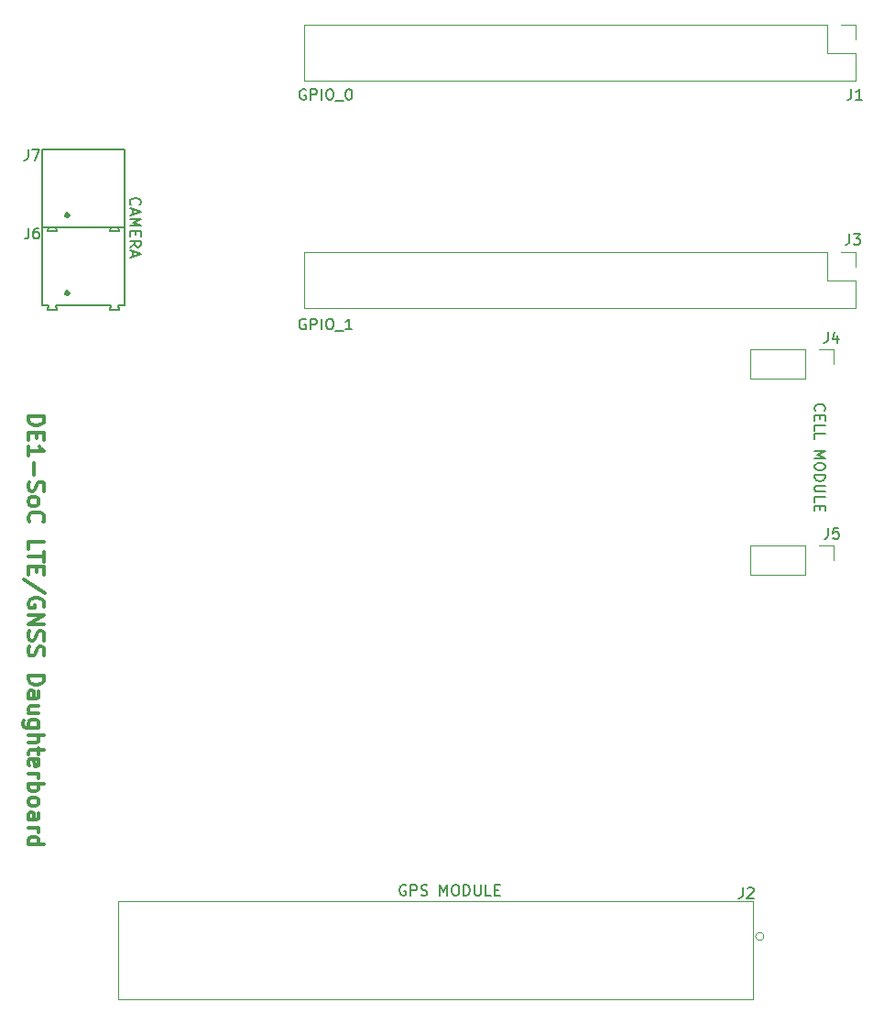
<source format=gto>
G04 #@! TF.GenerationSoftware,KiCad,Pcbnew,(5.1.5)-3*
G04 #@! TF.CreationDate,2023-03-23T18:14:07-07:00*
G04 #@! TF.ProjectId,breakout_pcb,62726561-6b6f-4757-945f-7063622e6b69,rev?*
G04 #@! TF.SameCoordinates,Original*
G04 #@! TF.FileFunction,Legend,Top*
G04 #@! TF.FilePolarity,Positive*
%FSLAX46Y46*%
G04 Gerber Fmt 4.6, Leading zero omitted, Abs format (unit mm)*
G04 Created by KiCad (PCBNEW (5.1.5)-3) date 2023-03-23 18:14:07*
%MOMM*%
%LPD*%
G04 APERTURE LIST*
%ADD10C,0.300000*%
%ADD11C,0.150000*%
%ADD12C,0.120000*%
%ADD13C,0.400000*%
%ADD14C,0.200000*%
%ADD15C,4.802000*%
%ADD16O,1.802000X1.802000*%
%ADD17R,1.802000X1.802000*%
%ADD18C,1.702200*%
%ADD19C,2.052000*%
G04 APERTURE END LIST*
D10*
X102549568Y-117163465D02*
X104049568Y-117163465D01*
X104049568Y-117520608D01*
X103978140Y-117734894D01*
X103835282Y-117877751D01*
X103692425Y-117949180D01*
X103406711Y-118020608D01*
X103192425Y-118020608D01*
X102906711Y-117949180D01*
X102763854Y-117877751D01*
X102620997Y-117734894D01*
X102549568Y-117520608D01*
X102549568Y-117163465D01*
X103335282Y-118663465D02*
X103335282Y-119163465D01*
X102549568Y-119377751D02*
X102549568Y-118663465D01*
X104049568Y-118663465D01*
X104049568Y-119377751D01*
X102549568Y-120806322D02*
X102549568Y-119949180D01*
X102549568Y-120377751D02*
X104049568Y-120377751D01*
X103835282Y-120234894D01*
X103692425Y-120092037D01*
X103620997Y-119949180D01*
X103120997Y-121449180D02*
X103120997Y-122592037D01*
X102620997Y-123234894D02*
X102549568Y-123449180D01*
X102549568Y-123806322D01*
X102620997Y-123949180D01*
X102692425Y-124020608D01*
X102835282Y-124092037D01*
X102978140Y-124092037D01*
X103120997Y-124020608D01*
X103192425Y-123949180D01*
X103263854Y-123806322D01*
X103335282Y-123520608D01*
X103406711Y-123377751D01*
X103478140Y-123306322D01*
X103620997Y-123234894D01*
X103763854Y-123234894D01*
X103906711Y-123306322D01*
X103978140Y-123377751D01*
X104049568Y-123520608D01*
X104049568Y-123877751D01*
X103978140Y-124092037D01*
X102549568Y-124949180D02*
X102620997Y-124806322D01*
X102692425Y-124734894D01*
X102835282Y-124663465D01*
X103263854Y-124663465D01*
X103406711Y-124734894D01*
X103478140Y-124806322D01*
X103549568Y-124949180D01*
X103549568Y-125163465D01*
X103478140Y-125306322D01*
X103406711Y-125377751D01*
X103263854Y-125449180D01*
X102835282Y-125449180D01*
X102692425Y-125377751D01*
X102620997Y-125306322D01*
X102549568Y-125163465D01*
X102549568Y-124949180D01*
X102692425Y-126949180D02*
X102620997Y-126877751D01*
X102549568Y-126663465D01*
X102549568Y-126520608D01*
X102620997Y-126306322D01*
X102763854Y-126163465D01*
X102906711Y-126092037D01*
X103192425Y-126020608D01*
X103406711Y-126020608D01*
X103692425Y-126092037D01*
X103835282Y-126163465D01*
X103978140Y-126306322D01*
X104049568Y-126520608D01*
X104049568Y-126663465D01*
X103978140Y-126877751D01*
X103906711Y-126949180D01*
X102549568Y-129449180D02*
X102549568Y-128734894D01*
X104049568Y-128734894D01*
X104049568Y-129734894D02*
X104049568Y-130592037D01*
X102549568Y-130163465D02*
X104049568Y-130163465D01*
X103335282Y-131092037D02*
X103335282Y-131592037D01*
X102549568Y-131806322D02*
X102549568Y-131092037D01*
X104049568Y-131092037D01*
X104049568Y-131806322D01*
X104120997Y-133520608D02*
X102192425Y-132234894D01*
X103978140Y-134806322D02*
X104049568Y-134663465D01*
X104049568Y-134449180D01*
X103978140Y-134234894D01*
X103835282Y-134092037D01*
X103692425Y-134020608D01*
X103406711Y-133949180D01*
X103192425Y-133949180D01*
X102906711Y-134020608D01*
X102763854Y-134092037D01*
X102620997Y-134234894D01*
X102549568Y-134449180D01*
X102549568Y-134592037D01*
X102620997Y-134806322D01*
X102692425Y-134877751D01*
X103192425Y-134877751D01*
X103192425Y-134592037D01*
X102549568Y-135520608D02*
X104049568Y-135520608D01*
X102549568Y-136377751D01*
X104049568Y-136377751D01*
X102620997Y-137020608D02*
X102549568Y-137234894D01*
X102549568Y-137592037D01*
X102620997Y-137734894D01*
X102692425Y-137806322D01*
X102835282Y-137877751D01*
X102978140Y-137877751D01*
X103120997Y-137806322D01*
X103192425Y-137734894D01*
X103263854Y-137592037D01*
X103335282Y-137306322D01*
X103406711Y-137163465D01*
X103478140Y-137092037D01*
X103620997Y-137020608D01*
X103763854Y-137020608D01*
X103906711Y-137092037D01*
X103978140Y-137163465D01*
X104049568Y-137306322D01*
X104049568Y-137663465D01*
X103978140Y-137877751D01*
X102620997Y-138449180D02*
X102549568Y-138663465D01*
X102549568Y-139020608D01*
X102620997Y-139163465D01*
X102692425Y-139234894D01*
X102835282Y-139306322D01*
X102978140Y-139306322D01*
X103120997Y-139234894D01*
X103192425Y-139163465D01*
X103263854Y-139020608D01*
X103335282Y-138734894D01*
X103406711Y-138592037D01*
X103478140Y-138520608D01*
X103620997Y-138449180D01*
X103763854Y-138449180D01*
X103906711Y-138520608D01*
X103978140Y-138592037D01*
X104049568Y-138734894D01*
X104049568Y-139092037D01*
X103978140Y-139306322D01*
X102549568Y-141092037D02*
X104049568Y-141092037D01*
X104049568Y-141449180D01*
X103978140Y-141663465D01*
X103835282Y-141806322D01*
X103692425Y-141877751D01*
X103406711Y-141949180D01*
X103192425Y-141949180D01*
X102906711Y-141877751D01*
X102763854Y-141806322D01*
X102620997Y-141663465D01*
X102549568Y-141449180D01*
X102549568Y-141092037D01*
X102549568Y-143234894D02*
X103335282Y-143234894D01*
X103478140Y-143163465D01*
X103549568Y-143020608D01*
X103549568Y-142734894D01*
X103478140Y-142592037D01*
X102620997Y-143234894D02*
X102549568Y-143092037D01*
X102549568Y-142734894D01*
X102620997Y-142592037D01*
X102763854Y-142520608D01*
X102906711Y-142520608D01*
X103049568Y-142592037D01*
X103120997Y-142734894D01*
X103120997Y-143092037D01*
X103192425Y-143234894D01*
X103549568Y-144592037D02*
X102549568Y-144592037D01*
X103549568Y-143949180D02*
X102763854Y-143949180D01*
X102620997Y-144020608D01*
X102549568Y-144163465D01*
X102549568Y-144377751D01*
X102620997Y-144520608D01*
X102692425Y-144592037D01*
X103549568Y-145949180D02*
X102335282Y-145949180D01*
X102192425Y-145877751D01*
X102120997Y-145806322D01*
X102049568Y-145663465D01*
X102049568Y-145449180D01*
X102120997Y-145306322D01*
X102620997Y-145949180D02*
X102549568Y-145806322D01*
X102549568Y-145520608D01*
X102620997Y-145377751D01*
X102692425Y-145306322D01*
X102835282Y-145234894D01*
X103263854Y-145234894D01*
X103406711Y-145306322D01*
X103478140Y-145377751D01*
X103549568Y-145520608D01*
X103549568Y-145806322D01*
X103478140Y-145949180D01*
X102549568Y-146663465D02*
X104049568Y-146663465D01*
X102549568Y-147306322D02*
X103335282Y-147306322D01*
X103478140Y-147234894D01*
X103549568Y-147092037D01*
X103549568Y-146877751D01*
X103478140Y-146734894D01*
X103406711Y-146663465D01*
X103549568Y-147806322D02*
X103549568Y-148377751D01*
X104049568Y-148020608D02*
X102763854Y-148020608D01*
X102620997Y-148092037D01*
X102549568Y-148234894D01*
X102549568Y-148377751D01*
X102620997Y-149449180D02*
X102549568Y-149306322D01*
X102549568Y-149020608D01*
X102620997Y-148877751D01*
X102763854Y-148806322D01*
X103335282Y-148806322D01*
X103478140Y-148877751D01*
X103549568Y-149020608D01*
X103549568Y-149306322D01*
X103478140Y-149449180D01*
X103335282Y-149520608D01*
X103192425Y-149520608D01*
X103049568Y-148806322D01*
X102549568Y-150163465D02*
X103549568Y-150163465D01*
X103263854Y-150163465D02*
X103406711Y-150234894D01*
X103478140Y-150306322D01*
X103549568Y-150449180D01*
X103549568Y-150592037D01*
X102549568Y-151092037D02*
X104049568Y-151092037D01*
X103478140Y-151092037D02*
X103549568Y-151234894D01*
X103549568Y-151520608D01*
X103478140Y-151663465D01*
X103406711Y-151734894D01*
X103263854Y-151806322D01*
X102835282Y-151806322D01*
X102692425Y-151734894D01*
X102620997Y-151663465D01*
X102549568Y-151520608D01*
X102549568Y-151234894D01*
X102620997Y-151092037D01*
X102549568Y-152663465D02*
X102620997Y-152520608D01*
X102692425Y-152449180D01*
X102835282Y-152377751D01*
X103263854Y-152377751D01*
X103406711Y-152449180D01*
X103478140Y-152520608D01*
X103549568Y-152663465D01*
X103549568Y-152877751D01*
X103478140Y-153020608D01*
X103406711Y-153092037D01*
X103263854Y-153163465D01*
X102835282Y-153163465D01*
X102692425Y-153092037D01*
X102620997Y-153020608D01*
X102549568Y-152877751D01*
X102549568Y-152663465D01*
X102549568Y-154449180D02*
X103335282Y-154449180D01*
X103478140Y-154377751D01*
X103549568Y-154234894D01*
X103549568Y-153949180D01*
X103478140Y-153806322D01*
X102620997Y-154449180D02*
X102549568Y-154306322D01*
X102549568Y-153949180D01*
X102620997Y-153806322D01*
X102763854Y-153734894D01*
X102906711Y-153734894D01*
X103049568Y-153806322D01*
X103120997Y-153949180D01*
X103120997Y-154306322D01*
X103192425Y-154449180D01*
X102549568Y-155163465D02*
X103549568Y-155163465D01*
X103263854Y-155163465D02*
X103406711Y-155234894D01*
X103478140Y-155306322D01*
X103549568Y-155449180D01*
X103549568Y-155592037D01*
X102549568Y-156734894D02*
X104049568Y-156734894D01*
X102620997Y-156734894D02*
X102549568Y-156592037D01*
X102549568Y-156306322D01*
X102620997Y-156163465D01*
X102692425Y-156092037D01*
X102835282Y-156020608D01*
X103263854Y-156020608D01*
X103406711Y-156092037D01*
X103478140Y-156163465D01*
X103549568Y-156306322D01*
X103549568Y-156592037D01*
X103478140Y-156734894D01*
D11*
X112052857Y-97648571D02*
X112005238Y-97600952D01*
X111957619Y-97458095D01*
X111957619Y-97362857D01*
X112005238Y-97220000D01*
X112100476Y-97124761D01*
X112195714Y-97077142D01*
X112386190Y-97029523D01*
X112529047Y-97029523D01*
X112719523Y-97077142D01*
X112814761Y-97124761D01*
X112910000Y-97220000D01*
X112957619Y-97362857D01*
X112957619Y-97458095D01*
X112910000Y-97600952D01*
X112862380Y-97648571D01*
X112243333Y-98029523D02*
X112243333Y-98505714D01*
X111957619Y-97934285D02*
X112957619Y-98267619D01*
X111957619Y-98600952D01*
X111957619Y-98934285D02*
X112957619Y-98934285D01*
X112243333Y-99267619D01*
X112957619Y-99600952D01*
X111957619Y-99600952D01*
X112481428Y-100077142D02*
X112481428Y-100410476D01*
X111957619Y-100553333D02*
X111957619Y-100077142D01*
X112957619Y-100077142D01*
X112957619Y-100553333D01*
X111957619Y-101553333D02*
X112433809Y-101220000D01*
X111957619Y-100981904D02*
X112957619Y-100981904D01*
X112957619Y-101362857D01*
X112910000Y-101458095D01*
X112862380Y-101505714D01*
X112767142Y-101553333D01*
X112624285Y-101553333D01*
X112529047Y-101505714D01*
X112481428Y-101458095D01*
X112433809Y-101362857D01*
X112433809Y-100981904D01*
X112243333Y-101934285D02*
X112243333Y-102410476D01*
X111957619Y-101839047D02*
X112957619Y-102172380D01*
X111957619Y-102505714D01*
X137438571Y-160480000D02*
X137343333Y-160432380D01*
X137200476Y-160432380D01*
X137057619Y-160480000D01*
X136962380Y-160575238D01*
X136914761Y-160670476D01*
X136867142Y-160860952D01*
X136867142Y-161003809D01*
X136914761Y-161194285D01*
X136962380Y-161289523D01*
X137057619Y-161384761D01*
X137200476Y-161432380D01*
X137295714Y-161432380D01*
X137438571Y-161384761D01*
X137486190Y-161337142D01*
X137486190Y-161003809D01*
X137295714Y-161003809D01*
X137914761Y-161432380D02*
X137914761Y-160432380D01*
X138295714Y-160432380D01*
X138390952Y-160480000D01*
X138438571Y-160527619D01*
X138486190Y-160622857D01*
X138486190Y-160765714D01*
X138438571Y-160860952D01*
X138390952Y-160908571D01*
X138295714Y-160956190D01*
X137914761Y-160956190D01*
X138867142Y-161384761D02*
X139010000Y-161432380D01*
X139248095Y-161432380D01*
X139343333Y-161384761D01*
X139390952Y-161337142D01*
X139438571Y-161241904D01*
X139438571Y-161146666D01*
X139390952Y-161051428D01*
X139343333Y-161003809D01*
X139248095Y-160956190D01*
X139057619Y-160908571D01*
X138962380Y-160860952D01*
X138914761Y-160813333D01*
X138867142Y-160718095D01*
X138867142Y-160622857D01*
X138914761Y-160527619D01*
X138962380Y-160480000D01*
X139057619Y-160432380D01*
X139295714Y-160432380D01*
X139438571Y-160480000D01*
X140629047Y-161432380D02*
X140629047Y-160432380D01*
X140962380Y-161146666D01*
X141295714Y-160432380D01*
X141295714Y-161432380D01*
X141962380Y-160432380D02*
X142152857Y-160432380D01*
X142248095Y-160480000D01*
X142343333Y-160575238D01*
X142390952Y-160765714D01*
X142390952Y-161099047D01*
X142343333Y-161289523D01*
X142248095Y-161384761D01*
X142152857Y-161432380D01*
X141962380Y-161432380D01*
X141867142Y-161384761D01*
X141771904Y-161289523D01*
X141724285Y-161099047D01*
X141724285Y-160765714D01*
X141771904Y-160575238D01*
X141867142Y-160480000D01*
X141962380Y-160432380D01*
X142819523Y-161432380D02*
X142819523Y-160432380D01*
X143057619Y-160432380D01*
X143200476Y-160480000D01*
X143295714Y-160575238D01*
X143343333Y-160670476D01*
X143390952Y-160860952D01*
X143390952Y-161003809D01*
X143343333Y-161194285D01*
X143295714Y-161289523D01*
X143200476Y-161384761D01*
X143057619Y-161432380D01*
X142819523Y-161432380D01*
X143819523Y-160432380D02*
X143819523Y-161241904D01*
X143867142Y-161337142D01*
X143914761Y-161384761D01*
X144010000Y-161432380D01*
X144200476Y-161432380D01*
X144295714Y-161384761D01*
X144343333Y-161337142D01*
X144390952Y-161241904D01*
X144390952Y-160432380D01*
X145343333Y-161432380D02*
X144867142Y-161432380D01*
X144867142Y-160432380D01*
X145676666Y-160908571D02*
X146010000Y-160908571D01*
X146152857Y-161432380D02*
X145676666Y-161432380D01*
X145676666Y-160432380D01*
X146152857Y-160432380D01*
X128190857Y-108212000D02*
X128095619Y-108164380D01*
X127952761Y-108164380D01*
X127809904Y-108212000D01*
X127714666Y-108307238D01*
X127667047Y-108402476D01*
X127619428Y-108592952D01*
X127619428Y-108735809D01*
X127667047Y-108926285D01*
X127714666Y-109021523D01*
X127809904Y-109116761D01*
X127952761Y-109164380D01*
X128048000Y-109164380D01*
X128190857Y-109116761D01*
X128238476Y-109069142D01*
X128238476Y-108735809D01*
X128048000Y-108735809D01*
X128667047Y-109164380D02*
X128667047Y-108164380D01*
X129048000Y-108164380D01*
X129143238Y-108212000D01*
X129190857Y-108259619D01*
X129238476Y-108354857D01*
X129238476Y-108497714D01*
X129190857Y-108592952D01*
X129143238Y-108640571D01*
X129048000Y-108688190D01*
X128667047Y-108688190D01*
X129667047Y-109164380D02*
X129667047Y-108164380D01*
X130333714Y-108164380D02*
X130524190Y-108164380D01*
X130619428Y-108212000D01*
X130714666Y-108307238D01*
X130762285Y-108497714D01*
X130762285Y-108831047D01*
X130714666Y-109021523D01*
X130619428Y-109116761D01*
X130524190Y-109164380D01*
X130333714Y-109164380D01*
X130238476Y-109116761D01*
X130143238Y-109021523D01*
X130095619Y-108831047D01*
X130095619Y-108497714D01*
X130143238Y-108307238D01*
X130238476Y-108212000D01*
X130333714Y-108164380D01*
X130952761Y-109259619D02*
X131714666Y-109259619D01*
X132476571Y-109164380D02*
X131905142Y-109164380D01*
X132190857Y-109164380D02*
X132190857Y-108164380D01*
X132095619Y-108307238D01*
X132000380Y-108402476D01*
X131905142Y-108450095D01*
X128192857Y-87010000D02*
X128097619Y-86962380D01*
X127954761Y-86962380D01*
X127811904Y-87010000D01*
X127716666Y-87105238D01*
X127669047Y-87200476D01*
X127621428Y-87390952D01*
X127621428Y-87533809D01*
X127669047Y-87724285D01*
X127716666Y-87819523D01*
X127811904Y-87914761D01*
X127954761Y-87962380D01*
X128050000Y-87962380D01*
X128192857Y-87914761D01*
X128240476Y-87867142D01*
X128240476Y-87533809D01*
X128050000Y-87533809D01*
X128669047Y-87962380D02*
X128669047Y-86962380D01*
X129050000Y-86962380D01*
X129145238Y-87010000D01*
X129192857Y-87057619D01*
X129240476Y-87152857D01*
X129240476Y-87295714D01*
X129192857Y-87390952D01*
X129145238Y-87438571D01*
X129050000Y-87486190D01*
X128669047Y-87486190D01*
X129669047Y-87962380D02*
X129669047Y-86962380D01*
X130335714Y-86962380D02*
X130526190Y-86962380D01*
X130621428Y-87010000D01*
X130716666Y-87105238D01*
X130764285Y-87295714D01*
X130764285Y-87629047D01*
X130716666Y-87819523D01*
X130621428Y-87914761D01*
X130526190Y-87962380D01*
X130335714Y-87962380D01*
X130240476Y-87914761D01*
X130145238Y-87819523D01*
X130097619Y-87629047D01*
X130097619Y-87295714D01*
X130145238Y-87105238D01*
X130240476Y-87010000D01*
X130335714Y-86962380D01*
X130954761Y-88057619D02*
X131716666Y-88057619D01*
X132145238Y-86962380D02*
X132240476Y-86962380D01*
X132335714Y-87010000D01*
X132383333Y-87057619D01*
X132430952Y-87152857D01*
X132478571Y-87343333D01*
X132478571Y-87581428D01*
X132430952Y-87771904D01*
X132383333Y-87867142D01*
X132335714Y-87914761D01*
X132240476Y-87962380D01*
X132145238Y-87962380D01*
X132050000Y-87914761D01*
X132002380Y-87867142D01*
X131954761Y-87771904D01*
X131907142Y-87581428D01*
X131907142Y-87343333D01*
X131954761Y-87152857D01*
X132002380Y-87057619D01*
X132050000Y-87010000D01*
X132145238Y-86962380D01*
X175319417Y-116675756D02*
X175271798Y-116628137D01*
X175224179Y-116485280D01*
X175224179Y-116390041D01*
X175271798Y-116247184D01*
X175367036Y-116151946D01*
X175462274Y-116104327D01*
X175652750Y-116056708D01*
X175795607Y-116056708D01*
X175986083Y-116104327D01*
X176081321Y-116151946D01*
X176176560Y-116247184D01*
X176224179Y-116390041D01*
X176224179Y-116485280D01*
X176176560Y-116628137D01*
X176128940Y-116675756D01*
X175747988Y-117104327D02*
X175747988Y-117437660D01*
X175224179Y-117580518D02*
X175224179Y-117104327D01*
X176224179Y-117104327D01*
X176224179Y-117580518D01*
X175224179Y-118485280D02*
X175224179Y-118009089D01*
X176224179Y-118009089D01*
X175224179Y-119294803D02*
X175224179Y-118818613D01*
X176224179Y-118818613D01*
X175224179Y-120390041D02*
X176224179Y-120390041D01*
X175509893Y-120723375D01*
X176224179Y-121056708D01*
X175224179Y-121056708D01*
X176224179Y-121723375D02*
X176224179Y-121913851D01*
X176176560Y-122009089D01*
X176081321Y-122104327D01*
X175890845Y-122151946D01*
X175557512Y-122151946D01*
X175367036Y-122104327D01*
X175271798Y-122009089D01*
X175224179Y-121913851D01*
X175224179Y-121723375D01*
X175271798Y-121628137D01*
X175367036Y-121532899D01*
X175557512Y-121485280D01*
X175890845Y-121485280D01*
X176081321Y-121532899D01*
X176176560Y-121628137D01*
X176224179Y-121723375D01*
X175224179Y-122580518D02*
X176224179Y-122580518D01*
X176224179Y-122818613D01*
X176176560Y-122961470D01*
X176081321Y-123056708D01*
X175986083Y-123104327D01*
X175795607Y-123151946D01*
X175652750Y-123151946D01*
X175462274Y-123104327D01*
X175367036Y-123056708D01*
X175271798Y-122961470D01*
X175224179Y-122818613D01*
X175224179Y-122580518D01*
X176224179Y-123580518D02*
X175414655Y-123580518D01*
X175319417Y-123628137D01*
X175271798Y-123675756D01*
X175224179Y-123770994D01*
X175224179Y-123961470D01*
X175271798Y-124056708D01*
X175319417Y-124104327D01*
X175414655Y-124151946D01*
X176224179Y-124151946D01*
X175224179Y-125104327D02*
X175224179Y-124628137D01*
X176224179Y-124628137D01*
X175747988Y-125437660D02*
X175747988Y-125770994D01*
X175224179Y-125913851D02*
X175224179Y-125437660D01*
X176224179Y-125437660D01*
X176224179Y-125913851D01*
D12*
X179000000Y-81020000D02*
X179000000Y-82350000D01*
X177670000Y-81020000D02*
X179000000Y-81020000D01*
X179000000Y-83620000D02*
X179000000Y-86220000D01*
X176400000Y-83620000D02*
X179000000Y-83620000D01*
X176400000Y-81020000D02*
X176400000Y-83620000D01*
X179000000Y-86220000D02*
X128080000Y-86220000D01*
X176400000Y-81020000D02*
X128080000Y-81020000D01*
X128080000Y-81020000D02*
X128080000Y-86220000D01*
X170563000Y-165220000D02*
G75*
G03X170563000Y-165220000I-381000J0D01*
G01*
X169547000Y-170992000D02*
X169547000Y-162000400D01*
X110873000Y-170992000D02*
X169547000Y-170992000D01*
X110873000Y-162000400D02*
X110873000Y-170992000D01*
X169547000Y-162000400D02*
X110873000Y-162000400D01*
D13*
X106260000Y-98610000D02*
G75*
G03X106260000Y-98610000I-100000J0D01*
G01*
D14*
X104440000Y-99710000D02*
X103860000Y-99710000D01*
X104365000Y-100110000D02*
X104440000Y-99710000D01*
X105215000Y-100110000D02*
X104365000Y-100110000D01*
X105140000Y-99710000D02*
X105215000Y-100110000D01*
X110180000Y-99710000D02*
X105140000Y-99710000D01*
X110105000Y-100110000D02*
X110180000Y-99710000D01*
X110955000Y-100110000D02*
X110105000Y-100110000D01*
X110880000Y-99710000D02*
X110955000Y-100110000D01*
X111460000Y-99710000D02*
X110880000Y-99710000D01*
X111460000Y-92510000D02*
X111460000Y-99710000D01*
X103860000Y-92510000D02*
X111460000Y-92510000D01*
X103860000Y-99710000D02*
X103860000Y-92510000D01*
D13*
X106260000Y-105810000D02*
G75*
G03X106260000Y-105810000I-100000J0D01*
G01*
D14*
X104440000Y-106910000D02*
X103860000Y-106910000D01*
X104365000Y-107310000D02*
X104440000Y-106910000D01*
X105215000Y-107310000D02*
X104365000Y-107310000D01*
X105140000Y-106910000D02*
X105215000Y-107310000D01*
X110180000Y-106910000D02*
X105140000Y-106910000D01*
X110105000Y-107310000D02*
X110180000Y-106910000D01*
X110955000Y-107310000D02*
X110105000Y-107310000D01*
X110880000Y-106910000D02*
X110955000Y-107310000D01*
X111460000Y-106910000D02*
X110880000Y-106910000D01*
X111460000Y-99710000D02*
X111460000Y-106910000D01*
X103860000Y-99710000D02*
X111460000Y-99710000D01*
X103860000Y-106910000D02*
X103860000Y-99710000D01*
D12*
X177000000Y-129120000D02*
X177000000Y-130450000D01*
X175670000Y-129120000D02*
X177000000Y-129120000D01*
X174400000Y-129120000D02*
X174400000Y-131780000D01*
X174400000Y-131780000D02*
X169260000Y-131780000D01*
X174400000Y-129120000D02*
X169260000Y-129120000D01*
X169260000Y-129120000D02*
X169260000Y-131780000D01*
X177000000Y-111020000D02*
X177000000Y-112350000D01*
X175670000Y-111020000D02*
X177000000Y-111020000D01*
X174400000Y-111020000D02*
X174400000Y-113680000D01*
X174400000Y-113680000D02*
X169260000Y-113680000D01*
X174400000Y-111020000D02*
X169260000Y-111020000D01*
X169260000Y-111020000D02*
X169260000Y-113680000D01*
X179000000Y-102020000D02*
X179000000Y-103350000D01*
X177670000Y-102020000D02*
X179000000Y-102020000D01*
X179000000Y-104620000D02*
X179000000Y-107220000D01*
X176400000Y-104620000D02*
X179000000Y-104620000D01*
X176400000Y-102020000D02*
X176400000Y-104620000D01*
X179000000Y-107220000D02*
X128080000Y-107220000D01*
X176400000Y-102020000D02*
X128080000Y-102020000D01*
X128080000Y-102020000D02*
X128080000Y-107220000D01*
D11*
X178626666Y-86932380D02*
X178626666Y-87646666D01*
X178579047Y-87789523D01*
X178483809Y-87884761D01*
X178340952Y-87932380D01*
X178245714Y-87932380D01*
X179626666Y-87932380D02*
X179055238Y-87932380D01*
X179340952Y-87932380D02*
X179340952Y-86932380D01*
X179245714Y-87075238D01*
X179150476Y-87170476D01*
X179055238Y-87218095D01*
X168606666Y-160702380D02*
X168606666Y-161416666D01*
X168559047Y-161559523D01*
X168463809Y-161654761D01*
X168320952Y-161702380D01*
X168225714Y-161702380D01*
X169035238Y-160797619D02*
X169082857Y-160750000D01*
X169178095Y-160702380D01*
X169416190Y-160702380D01*
X169511428Y-160750000D01*
X169559047Y-160797619D01*
X169606666Y-160892857D01*
X169606666Y-160988095D01*
X169559047Y-161130952D01*
X168987619Y-161702380D01*
X169606666Y-161702380D01*
X164340000Y-164672380D02*
X164340000Y-164910476D01*
X164101904Y-164815238D02*
X164340000Y-164910476D01*
X164578095Y-164815238D01*
X164197142Y-165100952D02*
X164340000Y-164910476D01*
X164482857Y-165100952D01*
X102566666Y-92522380D02*
X102566666Y-93236666D01*
X102519047Y-93379523D01*
X102423809Y-93474761D01*
X102280952Y-93522380D01*
X102185714Y-93522380D01*
X102947619Y-92522380D02*
X103614285Y-92522380D01*
X103185714Y-93522380D01*
X102596666Y-99772380D02*
X102596666Y-100486666D01*
X102549047Y-100629523D01*
X102453809Y-100724761D01*
X102310952Y-100772380D01*
X102215714Y-100772380D01*
X103501428Y-99772380D02*
X103310952Y-99772380D01*
X103215714Y-99820000D01*
X103168095Y-99867619D01*
X103072857Y-100010476D01*
X103025238Y-100200952D01*
X103025238Y-100581904D01*
X103072857Y-100677142D01*
X103120476Y-100724761D01*
X103215714Y-100772380D01*
X103406190Y-100772380D01*
X103501428Y-100724761D01*
X103549047Y-100677142D01*
X103596666Y-100581904D01*
X103596666Y-100343809D01*
X103549047Y-100248571D01*
X103501428Y-100200952D01*
X103406190Y-100153333D01*
X103215714Y-100153333D01*
X103120476Y-100200952D01*
X103072857Y-100248571D01*
X103025238Y-100343809D01*
X176496666Y-127492380D02*
X176496666Y-128206666D01*
X176449047Y-128349523D01*
X176353809Y-128444761D01*
X176210952Y-128492380D01*
X176115714Y-128492380D01*
X177449047Y-127492380D02*
X176972857Y-127492380D01*
X176925238Y-127968571D01*
X176972857Y-127920952D01*
X177068095Y-127873333D01*
X177306190Y-127873333D01*
X177401428Y-127920952D01*
X177449047Y-127968571D01*
X177496666Y-128063809D01*
X177496666Y-128301904D01*
X177449047Y-128397142D01*
X177401428Y-128444761D01*
X177306190Y-128492380D01*
X177068095Y-128492380D01*
X176972857Y-128444761D01*
X176925238Y-128397142D01*
X176456666Y-109392380D02*
X176456666Y-110106666D01*
X176409047Y-110249523D01*
X176313809Y-110344761D01*
X176170952Y-110392380D01*
X176075714Y-110392380D01*
X177361428Y-109725714D02*
X177361428Y-110392380D01*
X177123333Y-109344761D02*
X176885238Y-110059047D01*
X177504285Y-110059047D01*
X178446666Y-100342380D02*
X178446666Y-101056666D01*
X178399047Y-101199523D01*
X178303809Y-101294761D01*
X178160952Y-101342380D01*
X178065714Y-101342380D01*
X178827619Y-100342380D02*
X179446666Y-100342380D01*
X179113333Y-100723333D01*
X179256190Y-100723333D01*
X179351428Y-100770952D01*
X179399047Y-100818571D01*
X179446666Y-100913809D01*
X179446666Y-101151904D01*
X179399047Y-101247142D01*
X179351428Y-101294761D01*
X179256190Y-101342380D01*
X178970476Y-101342380D01*
X178875238Y-101294761D01*
X178827619Y-101247142D01*
%LPC*%
D15*
X176000000Y-168000000D03*
X104000000Y-168000000D03*
D16*
X129410000Y-84890000D03*
X129410000Y-82350000D03*
X131950000Y-84890000D03*
X131950000Y-82350000D03*
X134490000Y-84890000D03*
X134490000Y-82350000D03*
X137030000Y-84890000D03*
X137030000Y-82350000D03*
X139570000Y-84890000D03*
X139570000Y-82350000D03*
X142110000Y-84890000D03*
X142110000Y-82350000D03*
X144650000Y-84890000D03*
X144650000Y-82350000D03*
X147190000Y-84890000D03*
X147190000Y-82350000D03*
X149730000Y-84890000D03*
X149730000Y-82350000D03*
X152270000Y-84890000D03*
X152270000Y-82350000D03*
X154810000Y-84890000D03*
X154810000Y-82350000D03*
X157350000Y-84890000D03*
X157350000Y-82350000D03*
X159890000Y-84890000D03*
X159890000Y-82350000D03*
X162430000Y-84890000D03*
X162430000Y-82350000D03*
X164970000Y-84890000D03*
X164970000Y-82350000D03*
X167510000Y-84890000D03*
X167510000Y-82350000D03*
X170050000Y-84890000D03*
X170050000Y-82350000D03*
X172590000Y-84890000D03*
X172590000Y-82350000D03*
X175130000Y-84890000D03*
X175130000Y-82350000D03*
X177670000Y-84890000D03*
D17*
X177670000Y-82350000D03*
D18*
X116080000Y-167760000D03*
X116080000Y-165220000D03*
X118620000Y-167760000D03*
X118620000Y-165220000D03*
X121160000Y-167760000D03*
X121160000Y-165220000D03*
X123700000Y-167760000D03*
X123700000Y-165220000D03*
X126240000Y-167760000D03*
X126240000Y-165220000D03*
X128780000Y-167760000D03*
X128780000Y-165220000D03*
X131320000Y-167760000D03*
X131320000Y-165220000D03*
X133860000Y-167760000D03*
X133860000Y-165220000D03*
X136400000Y-167760000D03*
X136400000Y-165220000D03*
X138940000Y-167760000D03*
X138940000Y-165220000D03*
X141480000Y-167760000D03*
X141480000Y-165220000D03*
X144020000Y-167760000D03*
X144020000Y-165220000D03*
X146560000Y-167760000D03*
X146560000Y-165220000D03*
X149100000Y-167760000D03*
X149100000Y-165220000D03*
X151640000Y-167760000D03*
X151640000Y-165220000D03*
X154180000Y-167760000D03*
X154180000Y-165220000D03*
X156720000Y-167760000D03*
X156720000Y-165220000D03*
X159260000Y-167760000D03*
X159260000Y-165220000D03*
X161800000Y-167760000D03*
X161800000Y-165220000D03*
X164340000Y-167760000D03*
X164340000Y-165220000D03*
D19*
X107960000Y-97860000D03*
X107960000Y-94360000D03*
X107960000Y-105060000D03*
X107960000Y-101560000D03*
D16*
X170590000Y-130450000D03*
X173130000Y-130450000D03*
D17*
X175670000Y-130450000D03*
D16*
X170590000Y-112350000D03*
X173130000Y-112350000D03*
D17*
X175670000Y-112350000D03*
D16*
X129410000Y-105890000D03*
X129410000Y-103350000D03*
X131950000Y-105890000D03*
X131950000Y-103350000D03*
X134490000Y-105890000D03*
X134490000Y-103350000D03*
X137030000Y-105890000D03*
X137030000Y-103350000D03*
X139570000Y-105890000D03*
X139570000Y-103350000D03*
X142110000Y-105890000D03*
X142110000Y-103350000D03*
X144650000Y-105890000D03*
X144650000Y-103350000D03*
X147190000Y-105890000D03*
X147190000Y-103350000D03*
X149730000Y-105890000D03*
X149730000Y-103350000D03*
X152270000Y-105890000D03*
X152270000Y-103350000D03*
X154810000Y-105890000D03*
X154810000Y-103350000D03*
X157350000Y-105890000D03*
X157350000Y-103350000D03*
X159890000Y-105890000D03*
X159890000Y-103350000D03*
X162430000Y-105890000D03*
X162430000Y-103350000D03*
X164970000Y-105890000D03*
X164970000Y-103350000D03*
X167510000Y-105890000D03*
X167510000Y-103350000D03*
X170050000Y-105890000D03*
X170050000Y-103350000D03*
X172590000Y-105890000D03*
X172590000Y-103350000D03*
X175130000Y-105890000D03*
X175130000Y-103350000D03*
X177670000Y-105890000D03*
D17*
X177670000Y-103350000D03*
M02*

</source>
